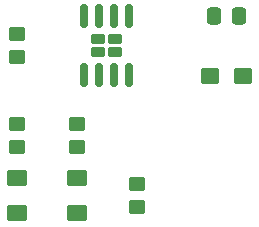
<source format=gbr>
%TF.GenerationSoftware,KiCad,Pcbnew,(6.0.2)*%
%TF.CreationDate,2023-04-14T14:34:27-07:00*%
%TF.ProjectId,555-timer,3535352d-7469-46d6-9572-2e6b69636164,rev?*%
%TF.SameCoordinates,Original*%
%TF.FileFunction,Paste,Top*%
%TF.FilePolarity,Positive*%
%FSLAX46Y46*%
G04 Gerber Fmt 4.6, Leading zero omitted, Abs format (unit mm)*
G04 Created by KiCad (PCBNEW (6.0.2)) date 2023-04-14 14:34:27*
%MOMM*%
%LPD*%
G01*
G04 APERTURE LIST*
G04 Aperture macros list*
%AMRoundRect*
0 Rectangle with rounded corners*
0 $1 Rounding radius*
0 $2 $3 $4 $5 $6 $7 $8 $9 X,Y pos of 4 corners*
0 Add a 4 corners polygon primitive as box body*
4,1,4,$2,$3,$4,$5,$6,$7,$8,$9,$2,$3,0*
0 Add four circle primitives for the rounded corners*
1,1,$1+$1,$2,$3*
1,1,$1+$1,$4,$5*
1,1,$1+$1,$6,$7*
1,1,$1+$1,$8,$9*
0 Add four rect primitives between the rounded corners*
20,1,$1+$1,$2,$3,$4,$5,0*
20,1,$1+$1,$4,$5,$6,$7,0*
20,1,$1+$1,$6,$7,$8,$9,0*
20,1,$1+$1,$8,$9,$2,$3,0*%
G04 Aperture macros list end*
%ADD10RoundRect,0.150000X0.150000X-0.825000X0.150000X0.825000X-0.150000X0.825000X-0.150000X-0.825000X0*%
%ADD11RoundRect,0.230000X0.375000X-0.230000X0.375000X0.230000X-0.375000X0.230000X-0.375000X-0.230000X0*%
%ADD12RoundRect,0.250000X-0.450000X0.350000X-0.450000X-0.350000X0.450000X-0.350000X0.450000X0.350000X0*%
%ADD13RoundRect,0.250000X0.450000X-0.350000X0.450000X0.350000X-0.450000X0.350000X-0.450000X-0.350000X0*%
%ADD14RoundRect,0.250001X0.624999X-0.462499X0.624999X0.462499X-0.624999X0.462499X-0.624999X-0.462499X0*%
%ADD15RoundRect,0.250001X-0.624999X0.462499X-0.624999X-0.462499X0.624999X-0.462499X0.624999X0.462499X0*%
%ADD16RoundRect,0.250000X-0.337500X-0.475000X0.337500X-0.475000X0.337500X0.475000X-0.337500X0.475000X0*%
%ADD17RoundRect,0.250000X-0.537500X-0.425000X0.537500X-0.425000X0.537500X0.425000X-0.537500X0.425000X0*%
G04 APERTURE END LIST*
D10*
%TO.C,U1*%
X74295000Y-91505000D03*
X75565000Y-91505000D03*
X76835000Y-91505000D03*
X78105000Y-91505000D03*
X78105000Y-96455000D03*
X76835000Y-96455000D03*
X75565000Y-96455000D03*
X74295000Y-96455000D03*
D11*
X76950000Y-94550000D03*
X75450000Y-93410000D03*
X76950000Y-93410000D03*
X75450000Y-94550000D03*
%TD*%
D12*
%TO.C,R4*%
X78740000Y-107680000D03*
X78740000Y-105680000D03*
%TD*%
D13*
%TO.C,R3*%
X68580000Y-102600000D03*
X68580000Y-100600000D03*
%TD*%
D12*
%TO.C,R2*%
X73660000Y-100600000D03*
X73660000Y-102600000D03*
%TD*%
%TO.C,R1*%
X68580000Y-92980000D03*
X68580000Y-94980000D03*
%TD*%
D14*
%TO.C,D2*%
X73660000Y-105192500D03*
X73660000Y-108167500D03*
%TD*%
D15*
%TO.C,D1*%
X68580000Y-108167500D03*
X68580000Y-105192500D03*
%TD*%
D16*
%TO.C,C2*%
X85322500Y-91440000D03*
X87397500Y-91440000D03*
%TD*%
D17*
%TO.C,C1*%
X84922500Y-96520000D03*
X87797500Y-96520000D03*
%TD*%
M02*

</source>
